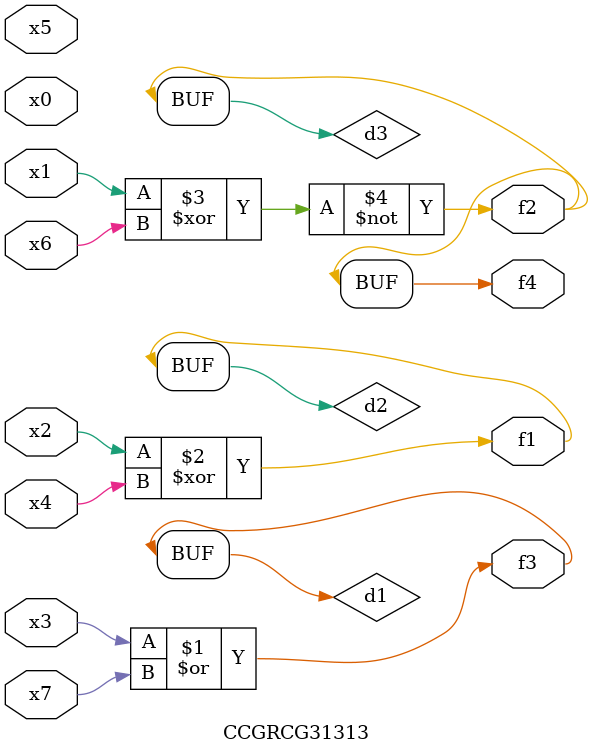
<source format=v>
module CCGRCG31313(
	input x0, x1, x2, x3, x4, x5, x6, x7,
	output f1, f2, f3, f4
);

	wire d1, d2, d3;

	or (d1, x3, x7);
	xor (d2, x2, x4);
	xnor (d3, x1, x6);
	assign f1 = d2;
	assign f2 = d3;
	assign f3 = d1;
	assign f4 = d3;
endmodule

</source>
